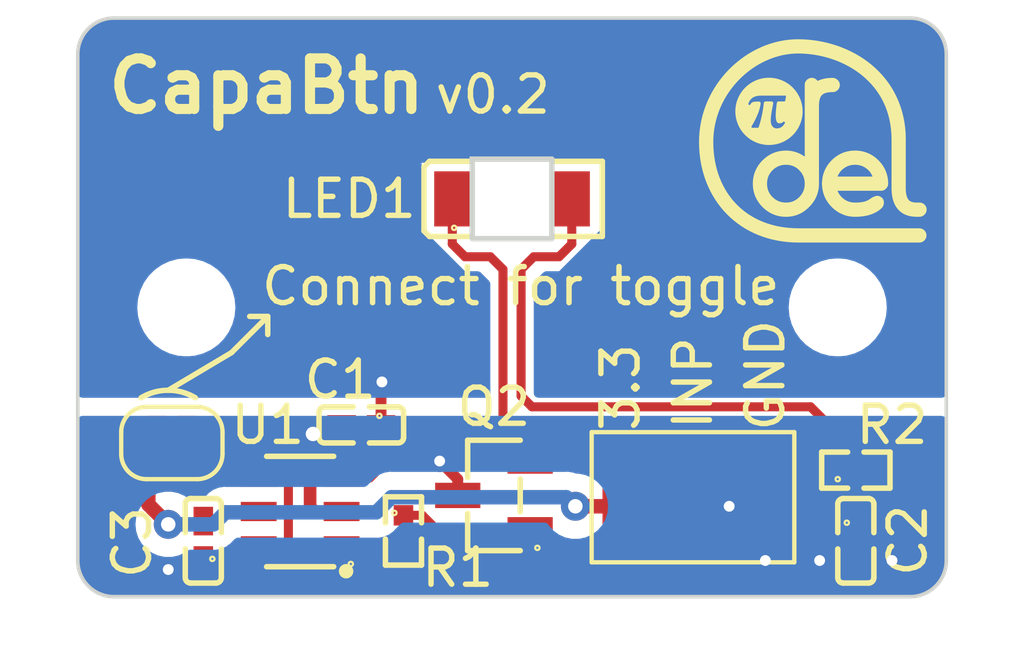
<source format=kicad_pcb>
(kicad_pcb (version 20221018) (generator pcbnew)
  (layers (0 "F.Cu" signal) (31 "B.Cu" signal) (34 "B.Paste" user) (35 "F.Paste" user) (36 "B.SilkS" user "B.Silkscreen") (37 "F.SilkS" user "F.Silkscreen") (38 "B.Mask" user) (39 "F.Mask" user) (44 "Edge.Cuts" user))
  (net 0 "")
  (net 1 "/I")
  (net 2 "GND")
  (net 3 "+3.3V")
  (net 4 "Net-(J1-Pin_2)")
  (net 5 "Net-(Q2-B)")
  (net 7 "Net-(LED1--)")
  (net 8 "Net-(JP1-A)")
  (net 9 "Net-(LED1-+)")
  (footprint "Jumper:SolderJumper-2_P1.3mm_Open_RoundedPad1.0x1.5mm" (layer "F.Cu") (at 152.6 109.75 180)
    (fp_text reference "JP1" hide)
    (fp_text value "Toggle" hide)
  )
  (footprint "footprint:LED-SMD_L3.2-W1.6-RD-EH_WHITE" (layer "F.Cu") (at 162 103)
    (fp_text reference "LED1")
    (fp_text value "White" hide)
  )
  (footprint "MountingHole:MountingHole_2.2mm_M2" (layer "F.Cu") (at 153 106)
    (fp_text reference "H1" hide)
    (fp_text value "MountingHole")
  )
  (footprint "footprint:C0402" (layer "F.Cu") (at 153.468919 112.454915 90)
    (fp_text reference "C3")
    (fp_text value "100nF")
  )
  (footprint "footprint:C0402" (layer "F.Cu") (at 171.5 112.454915 -90)
    (fp_text reference "C2")
    (fp_text value "10nF")
  )
  (footprint "footprint:SOT-23-6_L2.9-W1.7-P0.95-LS2.8-BL" (layer "F.Cu") (at 156.145034 111.645034 90)
    (fp_text reference "U1")
    (fp_text value "TTP233H-BA6" hide)
  )
  (footprint "footprint:SOT-23-3_L2.9-W1.3-P1.90-LS2.4-BR" (layer "F.Cu") (at 161.5 111.199962)
    (fp_text reference "Q2")
    (fp_text value "~" hide)
  )
  (footprint "footprint:R0402" (layer "F.Cu") (at 159 112.182817 -90)
    (fp_text reference "R1")
    (fp_text value "1k" hide)
  )
  (footprint "solderconnectors:SolderConnector 3x1mm 03x01" (layer "F.Cu") (at 167 111.25 90)
    (fp_text reference "J1" hide)
    (fp_text value "Conn_01x04_Pin" hide)
  )
  (footprint "footprint:C0402" (layer "F.Cu") (at 157.835153 109.25 180)
    (fp_text reference "C1")
    (fp_text value "10pF" hide)
  )
  (footprint "MountingHole:MountingHole_2.2mm_M2" (layer "F.Cu") (at 171 106)
    (fp_text reference "H2" hide)
    (fp_text value "MountingHole")
  )
  (footprint "footprint:R0402" (layer "F.Cu") (at 171.5 110.5)
    (fp_text reference "R2")
    (fp_text value "2k")
  )
  (gr_poly (pts (xy 171.478097 101.713736) (xy 171.522124 101.714739) (xy 171.56542 101.717746) (xy 171.607977 101.722753) (xy 171.649784 101.729755) (xy 171.690832 101.738749) (xy 171.73111 101.749731) (xy 171.770609 101.762696) (xy 171.80932 101.777641) (xy 171.847232 101.794561) (xy 171.884335 101.813453) (xy 171.920621 101.834313) (xy 171.956078 101.857136) (xy 171.990697 101.881919) (xy 172.024469 101.908657) (xy 172.057383 101.937347) (xy 172.08943 101.967984) (xy 172.120068 102.000031) (xy 172.148758 102.032945) (xy 172.175496 102.066716) (xy 172.200279 102.101336) (xy 172.223102 102.136793) (xy 172.243962 102.173078) (xy 172.262854 102.210181) (xy 172.279774 102.248093) (xy 172.294719 102.286803) (xy 172.307684 102.326303) (xy 172.318665 102.366581) (xy 172.327659 102.407629) (xy 172.334661 102.449436) (xy 172.339668 102.491993) (xy 172.342675 102.535289) (xy 172.343678 102.579316) (xy 172.343484 102.586575) (xy 172.342908 102.593758) (xy 172.341956 102.600854) (xy 172.340635 102.607853) (xy 172.338951 102.614744) (xy 172.336911 102.621517) (xy 172.334522 102.628162) (xy 172.33179 102.634669) (xy 172.328722 102.641027) (xy 172.325326 102.647225) (xy 172.321607 102.653254) (xy 172.317572 102.659104) (xy 172.313228 102.664763) (xy 172.308582 102.670222) (xy 172.303641 102.67547) (xy 172.29841 102.680497) (xy 172.293356 102.685751) (xy 172.288078 102.690712) (xy 172.282587 102.695374) (xy 172.276894 102.699732) (xy 172.271011 102.703777) (xy 172.264947 102.707504) (xy 172.258714 102.710907) (xy 172.252323 102.713978) (xy 172.245784 102.716712) (xy 172.23911 102.719103) (xy 172.23231 102.721143) (xy 172.225396 102.722827) (xy 172.218378 102.724147) (xy 172.211268 102.725098) (xy 172.204076 102.725674) (xy 172.196814 102.725867) (xy 170.926504 102.725867) (xy 170.932398 102.747716) (xy 170.939007 102.7691) (xy 170.946339 102.79002) (xy 170.954402 102.81048) (xy 170.963203 102.830481) (xy 170.97275 102.850024) (xy 170.983049 102.869112) (xy 170.99411 102.887746) (xy 171.005939 102.90593) (xy 171.018544 102.923663) (xy 171.031932 102.940949) (xy 171.04611 102.95779) (xy 171.061088 102.974186) (xy 171.076871 102.990141) (xy 171.093468 103.005657) (xy 171.110885 103.020734) (xy 171.130807 103.036658) (xy 171.151106 103.05154) (xy 171.171788 103.065381) (xy 171.192858 103.078183) (xy 171.214322 103.089949) (xy 171.236187 103.100681) (xy 171.258457 103.110381) (xy 171.281139 103.11905) (xy 171.304238 103.126692) (xy 171.32776 103.133308) (xy 171.35171 103.1389) (xy 171.376096 103.143471) (xy 171.400922 103.147022) (xy 171.426194 103.149556) (xy 171.451917 103.151075) (xy 171.478099 103.151581) (xy 171.498272 103.151475) (xy 171.518044 103.151151) (xy 171.537418 103.150603) (xy 171.5564 103.149824) (xy 171.574992 103.148805) (xy 171.593199 103.14754) (xy 171.611026 103.146021) (xy 171.628477 103.144242) (xy 171.645455 103.142246) (xy 171.661528 103.140134) (xy 171.676683 103.137912) (xy 171.690907 103.135589) (xy 171.704188 103.133171) (xy 171.716512 103.130666) (xy 171.727867 103.12808) (xy 171.738238 103.125421) (xy 171.73883 103.125305) (xy 171.739423 103.1252) (xy 171.740019 103.125105) (xy 171.740616 103.125022) (xy 171.750257 103.123057) (xy 171.760092 103.12063) (xy 171.770117 103.117736) (xy 171.780329 103.114374) (xy 171.790726 103.110541) (xy 171.801303 103.106234) (xy 171.812058 103.10145) (xy 171.822989 103.096186) (xy 171.823282 103.096075) (xy 171.823577 103.095968) (xy 171.823872 103.095863) (xy 171.824169 103.095762) (xy 171.824764 103.095568) (xy 171.825364 103.095386) (xy 171.830995 103.093011) (xy 171.836378 103.090683) (xy 171.846374 103.086203) (xy 171.855292 103.082012) (xy 171.863071 103.078176) (xy 171.869651 103.074759) (xy 171.87497 103.071828) (xy 171.878969 103.069448) (xy 171.880455 103.068486) (xy 171.881587 103.067685) (xy 171.882136 103.067241) (xy 171.882695 103.066808) (xy 171.883264 103.066389) (xy 171.883841 103.065982) (xy 171.884427 103.065588) (xy 171.885022 103.065206) (xy 171.885626 103.064839) (xy 171.886238 103.064484) (xy 171.889263 103.062861) (xy 171.893372 103.060469) (xy 171.898506 103.057333) (xy 171.904606 103.053475) (xy 171.911614 103.04892) (xy 171.919471 103.043692) (xy 171.92812 103.037813) (xy 171.937501 103.031308) (xy 171.955024 103.019006) (xy 171.962196 103.014005) (xy 171.968535 103.009664) (xy 171.974212 103.005903) (xy 171.979397 103.002643) (xy 171.981858 103.001175) (xy 171.98426 102.999802) (xy 171.986623 102.998515) (xy 171.988971 102.997303) (xy 171.989816 102.996885) (xy 171.990672 102.996492) (xy 171.991538 102.996126) (xy 171.992413 102.995786) (xy 171.993297 102.995471) (xy 171.99419 102.995184) (xy 171.99509 102.994922) (xy 171.995997 102.994688) (xy 171.996911 102.99448) (xy 171.997831 102.994299) (xy 171.998756 102.994145) (xy 171.999686 102.994018) (xy 172.00062 102.993919) (xy 172.001557 102.993847) (xy 172.002498 102.993803) (xy 172.003441 102.993787) (xy 172.005818 102.993787) (xy 172.016231 102.988255) (xy 172.026676 102.983079) (xy 172.031911 102.980662) (xy 172.037155 102.978377) (xy 172.042409 102.97624) (xy 172.047671 102.974266) (xy 172.052944 102.972469) (xy 172.058227 102.970864) (xy 172.06352 102.969465) (xy 172.068824 102.968288) (xy 172.074139 102.967347) (xy 172.079466 102.966656) (xy 172.084803 102.966231) (xy 172.090153 102.966086) (xy 172.098518 102.966324) (xy 172.106774 102.967034) (xy 172.114906 102.968208) (xy 172.122898 102.969839) (xy 172.130734 102.971918) (xy 172.138401 102.97444) (xy 172.145881 102.977396) (xy 172.15316 102.980778) (xy 172.160223 102.98458) (xy 172.167053 102.988794) (xy 172.173635 102.993412) (xy 172.179954 102.998427) (xy 172.185995 103.003832) (xy 172.191742 103.009619) (xy 172.197179 103.01578) (xy 172.202292 103.022309) (xy 172.205315 103.026383) (xy 172.208088 103.030586) (xy 172.210619 103.034913) (xy 172.212916 103.039361) (xy 172.214986 103.043926) (xy 172.216837 103.048604) (xy 172.218475 103.053393) (xy 172.21991 103.058289) (xy 172.221147 103.063287) (xy 172.222195 103.068385) (xy 172.223061 103.073578) (xy 172.223752 103.078864) (xy 172.224277 103.084238) (xy 172.224643 103.089698) (xy 172.224857 103.095239) (xy 172.224926 103.100858) (xy 172.224642 103.111297) (xy 172.223794 103.121561) (xy 172.222389 103.131633) (xy 172.220434 103.141498) (xy 172.217936 103.151141) (xy 172.214902 103.160544) (xy 172.211339 103.169693) (xy 172.207253 103.178573) (xy 172.202653 103.187167) (xy 172.197544 103.195459) (xy 172.191934 103.203434) (xy 172.18583 103.211077) (xy 172.179239 103.218371) (xy 172.172167 103.225301) (xy 172.164622 103.231852) (xy 172.15661 103.238007) (xy 172.152682 103.241828) (xy 172.152444 103.242036) (xy 172.152204 103.242242) (xy 172.151962 103.242446) (xy 172.151718 103.242647) (xy 172.151472 103.242845) (xy 172.151224 103.243042) (xy 172.150973 103.243236) (xy 172.150721 103.243427) (xy 172.12036 103.268029) (xy 172.088413 103.291005) (xy 172.054886 103.312362) (xy 172.019786 103.332104) (xy 171.983118 103.350236) (xy 171.944888 103.366764) (xy 171.905104 103.381693) (xy 171.863772 103.395028) (xy 171.820896 103.406775) (xy 171.776485 103.416939) (xy 171.730543 103.425524) (xy 171.683077 103.432537) (xy 171.634094 103.437982) (xy 171.583599 103.441865) (xy 171.531599 103.444191) (xy 171.4781 103.444965) (xy 171.435023 103.443974) (xy 171.392621 103.441004) (xy 171.350903 103.436062) (xy 171.309877 103.42915) (xy 171.269553 103.420276) (xy 171.22994 103.409443) (xy 171.191048 103.396658) (xy 171.152885 103.381924) (xy 171.11546 103.365248) (xy 171.078783 103.346633) (xy 171.042863 103.326087) (xy 171.007709 103.303612) (xy 170.97333 103.279215) (xy 170.939734 103.252901) (xy 170.906932 103.224674) (xy 170.874933 103.194541) (xy 170.844843 103.163616) (xy 170.816583 103.131835) (xy 170.790156 103.099208) (xy 170.765569 103.065742) (xy 170.742827 103.031447) (xy 170.721935 102.996332) (xy 170.7029 102.960405) (xy 170.685727 102.923676) (xy 170.670421 102.886153) (xy 170.656988 102.847845) (xy 170.645433 102.808762) (xy 170.635763 102.768912) (xy 170.627982 102.728303) (xy 170.622097 102.686945) (xy 170.618112 102.644847) (xy 170.616034 102.602018) (xy 170.616023 102.602019) (xy 170.616013 102.602022) (xy 170.616004 102.602027) (xy 170.615996 102.602033) (xy 170.615982 102.602049) (xy 170.615969 102.602068) (xy 170.615944 102.602102) (xy 170.61593 102.602113) (xy 170.615922 102.602116) (xy 170.615914 102.602117) (xy 170.615905 102.602116) (xy 170.615896 102.602112) (xy 170.615885 102.602106) (xy 170.615874 102.602096) (xy 170.615847 102.602065) (xy 170.615815 102.602018) (xy 170.615776 102.601952) (xy 170.615731 102.601864) (xy 170.615677 102.601754) (xy 170.615614 102.601618) (xy 170.615197 102.600773) (xy 170.614805 102.599918) (xy 170.614439 102.599053) (xy 170.614099 102.598178) (xy 170.613785 102.597295) (xy 170.613498 102.596403) (xy 170.613237 102.595503) (xy 170.613002 102.594596) (xy 170.612794 102.593683) (xy 170.612613 102.592764) (xy 170.61246 102.59184) (xy 170.612333 102.59091) (xy 170.612233 102.589977) (xy 170.612161 102.58904) (xy 170.612117 102.588101) (xy 170.6121 102.587159) (xy 170.6121 102.567618) (xy 170.612116 102.566675) (xy 170.61216 102.565734) (xy 170.612232 102.564796) (xy 170.612331 102.563862) (xy 170.612458 102.562931) (xy 170.612611 102.562006) (xy 170.612792 102.561085) (xy 170.613 102.560171) (xy 170.613234 102.559263) (xy 170.613496 102.558362) (xy 170.613783 102.557468) (xy 170.614097 102.556583) (xy 170.614437 102.555707) (xy 170.614804 102.55484) (xy 170.615196 102.553984) (xy 170.615614 102.553138) (xy 170.615674 102.553) (xy 170.615701 102.55294) (xy 170.615727 102.552887) (xy 170.615751 102.552838) (xy 170.615773 102.552795) (xy 170.615794 102.552757) (xy 170.615813 102.552723) (xy 170.615831 102.552694) (xy 170.615848 102.55267) (xy 170.615863 102.552649) (xy 170.615877 102.552632) (xy 170.615891 102.552619) (xy 170.615903 102.552609) (xy 170.615914 102.552603) (xy 170.615925 102.552599) (xy 170.615934 102.552598) (xy 170.615943 102.552599) (xy 170.615951 102.552602) (xy 170.615959 102.552608) (xy 170.615966 102.552615) (xy 170.615973 102.552623) (xy 170.615986 102.552644) (xy 170.616009 102.552692) (xy 170.616021 102.552716) (xy 170.616034 102.552738) (xy 170.618091 102.509872) (xy 170.622059 102.467748) (xy 170.627024 102.432755) (xy 170.926507 102.432755) (xy 172.029283 102.432755) (xy 172.023388 102.41089) (xy 172.016777 102.389484) (xy 172.009443 102.368536) (xy 172.001378 102.348046) (xy 171.992575 102.328011) (xy 171.983027 102.308432) (xy 171.972725 102.289307) (xy 171.961663 102.270635) (xy 171.949834 102.252416) (xy 171.937229 102.234649) (xy 171.923841 102.217332) (xy 171.909663 102.200465) (xy 171.894688 102.184047) (xy 171.878907 102.168076) (xy 171.862314 102.152553) (xy 171.844902 102.137476) (xy 171.82498 102.121548) (xy 171.804691 102.106664) (xy 171.784027 102.092822) (xy 171.762982 102.080018) (xy 171.741549 102.068252) (xy 171.71972 102.057521) (xy 171.697488 102.047822) (xy 171.674846 102.039153) (xy 171.651787 102.031513) (xy 171.628304 102.024898) (xy 171.604389 102.019308) (xy 171.580037 102.014738) (xy 171.555239 102.011188) (xy 171.529989 102.008656) (xy 171.504279 102.007137) (xy 171.478102 102.006632) (xy 171.45192 102.007138) (xy 171.426196 102.008657) (xy 171.400924 102.011191) (xy 171.376098 102.014742) (xy 171.351713 102.019313) (xy 171.327762 102.024905) (xy 171.304239 102.031521) (xy 171.28114 102.039162) (xy 171.258459 102.047832) (xy 171.236189 102.057531) (xy 171.214324 102.068263) (xy 171.19286 102.080029) (xy 171.17179 102.092831) (xy 171.151109 102.106671) (xy 171.13081 102.121552) (xy 171.110888 102.137476) (xy 171.093476 102.152553) (xy 171.076883 102.168076) (xy 171.061103 102.184046) (xy 171.046127 102.200464) (xy 171.031949 102.217331) (xy 171.018562 102.234648) (xy 171.005957 102.252415) (xy 170.994127 102.270634) (xy 170.983065 102.289305) (xy 170.972763 102.30843) (xy 170.963215 102.32801) (xy 170.954412 102.348044) (xy 170.946347 102.368535) (xy 170.939013 102.389483) (xy 170.932402 102.41089) (xy 170.926507 102.432755) (xy 170.627024 102.432755) (xy 170.627929 102.426371) (xy 170.635698 102.38575) (xy 170.64536 102.345894) (xy 170.656908 102.306809) (xy 170.670337 102.268503) (xy 170.685643 102.230984) (xy 170.702818 102.194261) (xy 170.721857 102.158341) (xy 170.742756 102.123231) (xy 170.765507 102.088939) (xy 170.790106 102.055474) (xy 170.816547 102.022843) (xy 170.844825 101.991054) (xy 170.874933 101.960114) (xy 170.874932 101.960014) (xy 170.874931 101.959914) (xy 170.874932 101.959813) (xy 170.874933 101.959711) (xy 170.90694 101.930068) (xy 170.93975 101.902307) (xy 170.973354 101.876433) (xy 171.007742 101.852449) (xy 171.042905 101.83036) (xy 171.078832 101.81017) (xy 171.115516 101.791883) (xy 171.152945 101.775503) (xy 171.191111 101.761035) (xy 171.230004 101.748482) (xy 171.269615 101.737849) (xy 171.309934 101.72914) (xy 171.350951 101.722359) (xy 171.392658 101.71751) (xy 171.435044 101.714598) (xy 171.4781 101.713626)) (stroke (width 0.1)) (fill solid) (layer "F.SilkS"))
  (gr_line (start 152.5 108.292263) (end 154.25 107.25) (stroke (width 0.15)) (layer "F.SilkS"))
  (gr_arc (start 151.750001 108.500001) (mid 152.5 108.292263) (end 153.249999 108.500001) (stroke (width 0.15)) (layer "F.SilkS"))
  (gr_poly (pts (xy 170.28436 99.702643) (xy 170.291692 99.702839) (xy 170.298951 99.703421) (xy 170.306127 99.704385) (xy 170.313207 99.705723) (xy 170.320181 99.70743) (xy 170.327037 99.709499) (xy 170.333765 99.711924) (xy 170.340353 99.714698) (xy 170.34679 99.717817) (xy 170.353064 99.721272) (xy 170.359165 99.725059) (xy 170.365082 99.72917) (xy 170.370803 99.7336) (xy 170.376317 99.738343) (xy 170.381612 99.743391) (xy 170.386679 99.74874) (xy 170.387399 99.74914) (xy 170.389309 99.751049) (xy 170.391148 99.752951) (xy 170.392903 99.754819) (xy 170.394559 99.756629) (xy 170.396102 99.758355) (xy 170.397517 99.759972) (xy 170.399905 99.762781) (xy 170.403242 99.766944) (xy 170.406424 99.77124) (xy 170.407954 99.773437) (xy 170.409443 99.775669) (xy 170.410889 99.777934) (xy 170.412291 99.780233) (xy 170.413649 99.782567) (xy 170.414961 99.784935) (xy 170.416226 99.787338) (xy 170.417444 99.789776) (xy 170.418612 99.79225) (xy 170.419731 99.794759) (xy 170.420799 99.797304) (xy 170.421815 99.799884) (xy 170.42298 99.802899) (xy 170.42361 99.804558) (xy 170.423911 99.805381) (xy 170.424193 99.806183) (xy 170.445722 99.793836) (xy 170.467975 99.782268) (xy 170.490955 99.77148) (xy 170.514665 99.761476) (xy 170.539109 99.752258) (xy 170.56429 99.743828) (xy 170.590212 99.73619) (xy 170.616876 99.729345) (xy 170.644288 99.723296) (xy 170.672449 99.718045) (xy 170.701363 99.713596) (xy 170.731033 99.709949) (xy 170.761464 99.707109) (xy 170.792656 99.705077) (xy 170.824615 99.703856) (xy 170.857344 99.703449) (xy 170.861271 99.703449) (xy 170.868531 99.703642) (xy 170.875714 99.704219) (xy 170.882811 99.705171) (xy 170.889809 99.706493) (xy 170.896701 99.708177) (xy 170.903474 99.710217) (xy 170.910119 99.712607) (xy 170.916626 99.715339) (xy 170.922983 99.718407) (xy 170.929182 99.721803) (xy 170.935211 99.725522) (xy 170.94106 99.729557) (xy 170.94672 99.733901) (xy 170.952179 99.738547) (xy 170.957427 99.743488) (xy 170.962454 99.748719) (xy 170.967685 99.753746) (xy 170.972626 99.758994) (xy 170.977273 99.764452) (xy 170.981616 99.770111) (xy 170.985651 99.775961) (xy 170.98937 99.78199) (xy 170.992767 99.788188) (xy 170.995834 99.794546) (xy 170.998566 99.801053) (xy 171.000955 99.807698) (xy 171.002995 99.814471) (xy 171.004679 99.821362) (xy 171.006 99.828361) (xy 171.006952 99.835457) (xy 171.007529 99.84264) (xy 171.007722 99.8499) (xy 171.007533 99.85729) (xy 171.006971 99.864615) (xy 171.00604 99.871866) (xy 171.004746 99.879034) (xy 171.003094 99.88611) (xy 171.00109 99.893085) (xy 170.998739 99.89995) (xy 170.996047 99.906696) (xy 170.993018 99.913315) (xy 170.989659 99.919797) (xy 170.985975 99.926134) (xy 170.981972 99.932316) (xy 170.977654 99.938334) (xy 170.973027 99.94418) (xy 170.968096 99.949845) (xy 170.962867 99.95532) (xy 170.95776 99.960169) (xy 170.952438 99.964728) (xy 170.946913 99.968995) (xy 170.941195 99.972965) (xy 170.935294 99.976636) (xy 170.92922 99.980004) (xy 170.922984 99.983067) (xy 170.916597 99.985821) (xy 170.910068 99.988263) (xy 170.903407 99.990389) (xy 170.896626 99.992198) (xy 170.889735 99.993684) (xy 170.882743 99.994846) (xy 170.875662 99.99568) (xy 170.868501 99.996182) (xy 170.861271 99.99635) (xy 170.857344 99.99635) (xy 170.828186 99.996756) (xy 170.800215 99.997966) (xy 170.773423 99.99997) (xy 170.7478 100.002759) (xy 170.723339 100.00632) (xy 170.70003 100.010645) (xy 170.677866 100.015723) (xy 170.656837 100.021543) (xy 170.636936 100.028096) (xy 170.618153 100.035371) (xy 170.600481 100.043358) (xy 170.583911 100.052046) (xy 170.568433 100.061425) (xy 170.554041 100.071485) (xy 170.540724 100.082216) (xy 170.528476 100.093607) (xy 170.517296 100.105636) (xy 170.506747 100.118746) (xy 170.49684 100.132941) (xy 170.487584 100.148228) (xy 170.478991 100.164613) (xy 170.471071 100.182103) (xy 170.463835 100.200702) (xy 170.457293 100.220418) (xy 170.451456 100.241257) (xy 170.446334 100.263224) (xy 170.441938 100.286325) (xy 170.438279 100.310568) (xy 170.435367 100.335956) (xy 170.433213 100.362498) (xy 170.431827 100.390199) (xy 170.431221 100.419065) (xy 170.431221 102.588108) (xy 170.429717 102.631608) (xy 170.426232 102.674375) (xy 170.42077 102.716398) (xy 170.413338 102.757669) (xy 170.403941 102.798179) (xy 170.392586 102.837917) (xy 170.379278 102.876875) (xy 170.364024 102.915043) (xy 170.346829 102.952413) (xy 170.3277 102.988975) (xy 170.306642 103.024719) (xy 170.283662 103.059637) (xy 170.258764 103.09372) (xy 170.231956 103.126957) (xy 170.203243 103.159341) (xy 170.172632 103.19086) (xy 170.172212 103.19086) (xy 170.140678 103.221488) (xy 170.108288 103.250183) (xy 170.075049 103.27694) (xy 170.040969 103.301751) (xy 170.006058 103.324611) (xy 169.970322 103.345515) (xy 169.933771 103.364456) (xy 169.896413 103.381429) (xy 169.858255 103.396427) (xy 169.819306 103.409444) (xy 169.779574 103.420475) (xy 169.739067 103.429514) (xy 169.697794 103.436555) (xy 169.655763 103.441591) (xy 169.612981 103.444617) (xy 169.569458 103.445627) (xy 169.525432 103.444623) (xy 169.482135 103.441613) (xy 169.439579 103.436601) (xy 169.397772 103.429592) (xy 169.356724 103.42059) (xy 169.316446 103.4096) (xy 169.276947 103.396625) (xy 169.238236 103.381671) (xy 169.200324 103.364741) (xy 169.163221 103.345839) (xy 169.126935 103.324971) (xy 169.091478 103.30214) (xy 169.056859 103.27735) (xy 169.023087 103.250607) (xy 168.990173 103.221914) (xy 168.958126 103.191275) (xy 168.927484 103.159224) (xy 168.898781 103.126298) (xy 168.872022 103.092508) (xy 168.847213 103.057864) (xy 168.824358 103.022378) (xy 168.803464 102.98606) (xy 168.784534 102.948922) (xy 168.767575 102.910973) (xy 168.752592 102.872225) (xy 168.739589 102.832689) (xy 168.728573 102.792376) (xy 168.719548 102.751296) (xy 168.712519 102.709461) (xy 168.707492 102.66688) (xy 168.704472 102.623566) (xy 168.703465 102.579529) (xy 168.703473 102.579178) (xy 168.996805 102.579178) (xy 168.997439 102.609078) (xy 168.999341 102.638307) (xy 169.002516 102.666876) (xy 169.006968 102.694795) (xy 169.012699 102.722076) (xy 169.019713 102.748728) (xy 169.028015 102.774763) (xy 169.037607 102.800192) (xy 169.048494 102.825025) (xy 169.060678 102.849273) (xy 169.074164 102.872947) (xy 169.088955 102.896058) (xy 169.105054 102.918616) (xy 169.122465 102.940632) (xy 169.141193 102.962117) (xy 169.16124 102.983081) (xy 169.182704 103.003622) (xy 169.204666 103.022808) (xy 169.227133 103.040644) (xy 169.250115 103.057132) (xy 169.273622 103.072278) (xy 169.297663 103.086086) (xy 169.322247 103.098559) (xy 169.347383 103.109702) (xy 169.373081 103.119519) (xy 169.399351 103.128013) (xy 169.426201 103.135189) (xy 169.45364 103.141052) (xy 169.481679 103.145604) (xy 169.510326 103.148851) (xy 169.539592 103.150796) (xy 169.569484 103.151444) (xy 169.599357 103.150799) (xy 169.628564 103.148862) (xy 169.657117 103.145629) (xy 169.685025 103.141094) (xy 169.712298 103.135253) (xy 169.738948 103.128102) (xy 169.764983 103.119635) (xy 169.790415 103.109849) (xy 169.815255 103.098738) (xy 169.839511 103.086298) (xy 169.863195 103.072525) (xy 169.886316 103.057414) (xy 169.908886 103.04096) (xy 169.930914 103.023159) (xy 169.952411 103.004006) (xy 169.973387 102.983496) (xy 169.973386 102.983396) (xy 169.973386 102.983296) (xy 169.973386 102.983196) (xy 169.973387 102.983094) (xy 169.993434 102.962129) (xy 170.012161 102.940645) (xy 170.029573 102.918629) (xy 170.045673 102.896071) (xy 170.060463 102.872961) (xy 170.073949 102.849287) (xy 170.086134 102.825039) (xy 170.09702 102.800206) (xy 170.106612 102.774777) (xy 170.114914 102.748741) (xy 170.121929 102.722089) (xy 170.12766 102.694808) (xy 170.132111 102.666889) (xy 170.135286 102.63832) (xy 170.137189 102.609091) (xy 170.137822 102.57919) (xy 170.137188 102.549287) (xy 170.135285 102.520048) (xy 170.132109 102.491463) (xy 170.127656 102.463522) (xy 170.121923 102.436217) (xy 170.114907 102.409537) (xy 170.106604 102.383472) (xy 170.09701 102.358013) (xy 170.086123 102.333151) (xy 170.073938 102.308874) (xy 170.060452 102.285174) (xy 170.045662 102.262041) (xy 170.029563 102.239465) (xy 170.012154 102.217436) (xy 169.99343 102.195945) (xy 169.973387 102.174982) (xy 169.973386 102.174882) (xy 169.973386 102.174782) (xy 169.973386 102.174681) (xy 169.973387 102.174579) (xy 169.952411 102.154069) (xy 169.930914 102.134916) (xy 169.908886 102.117114) (xy 169.886316 102.10066) (xy 169.863195 102.085549) (xy 169.839511 102.071776) (xy 169.815255 102.059336) (xy 169.790415 102.048226) (xy 169.764983 102.03844) (xy 169.738948 102.029973) (xy 169.712298 102.022822) (xy 169.685025 102.016981) (xy 169.657117 102.012446) (xy 169.628564 102.009213) (xy 169.599357 102.007276) (xy 169.569484 102.006632) (xy 169.569484 102.006604) (xy 169.539592 102.007252) (xy 169.510326 102.009197) (xy 169.481679 102.012444) (xy 169.45364 102.016996) (xy 169.426201 102.022859) (xy 169.399351 102.030035) (xy 169.373081 102.03853) (xy 169.347383 102.048346) (xy 169.322247 102.059489) (xy 169.297663 102.071962) (xy 169.273622 102.08577) (xy 169.250115 102.100916) (xy 169.227133 102.117405) (xy 169.204666 102.13524) (xy 169.182704 102.154426) (xy 169.16124 102.174967) (xy 169.141197 102.19593) (xy 169.122473 102.217422) (xy 169.105063 102.239451) (xy 169.088965 102.262027) (xy 169.074175 102.285161) (xy 169.060689 102.308861) (xy 169.048504 102.333138) (xy 169.037617 102.358001) (xy 169.028023 102.38346) (xy 169.01972 102.409525) (xy 169.012704 102.436205) (xy 169.006971 102.46351) (xy 169.002518 102.491451) (xy 168.999342 102.520035) (xy 168.997439 102.549275) (xy 168.996805 102.579178) (xy 168.703473 102.579178) (xy 168.704473 102.535497) (xy 168.707493 102.492196) (xy 168.712521 102.449636) (xy 168.71955 102.407826) (xy 168.728577 102.366776) (xy 168.739594 102.326497) (xy 168.752598 102.286997) (xy 168.767582 102.248287) (xy 168.784542 102.210376) (xy 168.803471 102.173274) (xy 168.824366 102.136991) (xy 168.84722 102.101537) (xy 168.872028 102.06692) (xy 168.898786 102.033152) (xy 168.927487 102.000241) (xy 168.958126 101.968198) (xy 168.990173 101.937561) (xy 169.023087 101.908871) (xy 169.056859 101.882133) (xy 169.091478 101.85735) (xy 169.126935 101.834527) (xy 169.163221 101.813667) (xy 169.200324 101.794775) (xy 169.238236 101.777854) (xy 169.276947 101.76291) (xy 169.316446 101.749944) (xy 169.356724 101.738963) (xy 169.397772 101.729969) (xy 169.439579 101.722967) (xy 169.482135 101.71796) (xy 169.525432 101.714953) (xy 169.569458 101.71395) (xy 169.609949 101.714862) (xy 169.649786 101.717587) (xy 169.688968 101.72211) (xy 169.727492 101.728413) (xy 169.765357 101.73648) (xy 169.802561 101.746295) (xy 169.839101 101.757841) (xy 169.874976 101.771103) (xy 169.910185 101.786064) (xy 169.944723 101.802707) (xy 169.978591 101.821017) (xy 170.011786 101.840976) (xy 170.044306 101.862569) (xy 170.076149 101.885779) (xy 170.107313 101.910589) (xy 170.137796 101.936985) (xy 170.137796 101.295163) (xy 170.13775 101.293843) (xy 170.137729 101.292666) (xy 170.137726 101.291624) (xy 170.137736 101.290708) (xy 170.137796 101.288144) (xy 170.137796 99.849884) (xy 170.137843 99.84628) (xy 170.137981 99.842667) (xy 170.138209 99.839047) (xy 170.138523 99.835424) (xy 170.13892 99.8318) (xy 170.139398 99.828177) (xy 170.139954 99.824559) (xy 170.140585 99.820948) (xy 170.14164 99.81486) (xy 170.14196 99.813182) (xy 170.14233 99.811434) (xy 170.142763 99.809611) (xy 170.143275 99.807709) (xy 170.143572 99.807201) (xy 170.143877 99.806698) (xy 170.144033 99.806449) (xy 170.144191 99.806201) (xy 170.144351 99.805955) (xy 170.144514 99.80571) (xy 170.14585 99.800759) (xy 170.146276 99.799315) (xy 170.14677 99.797772) (xy 170.147349 99.79612) (xy 170.148028 99.794352) (xy 170.147852 99.795188) (xy 170.147883 99.79509) (xy 170.148292 99.793944) (xy 170.148744 99.792813) (xy 170.148841 99.792411) (xy 170.148944 99.79201) (xy 170.149052 99.791611) (xy 170.149143 99.791291) (xy 170.150305 99.789215) (xy 170.151516 99.786618) (xy 170.1521 99.785371) (xy 170.152682 99.784156) (xy 170.152682 99.783759) (xy 170.152682 99.783659) (xy 170.152681 99.783559) (xy 170.152682 99.783458) (xy 170.152682 99.783356) (xy 170.153104 99.782959) (xy 170.153238 99.782705) (xy 170.153375 99.782452) (xy 170.153655 99.78195) (xy 170.153943 99.781453) (xy 170.15424 99.78096) (xy 170.154728 99.78007) (xy 170.155243 99.779197) (xy 170.155785 99.77834) (xy 170.156354 99.777502) (xy 170.156689 99.777041) (xy 170.157407 99.775835) (xy 170.158467 99.774029) (xy 170.159273 99.772663) (xy 170.159547 99.772214) (xy 170.159717 99.771958) (xy 170.160717 99.770451) (xy 170.162089 99.768451) (xy 170.164056 99.765659) (xy 170.164228 99.765255) (xy 170.164406 99.764854) (xy 170.164588 99.764455) (xy 170.164777 99.76406) (xy 170.165091 99.763646) (xy 170.165352 99.763298) (xy 170.165751 99.76276) (xy 170.165909 99.762553) (xy 170.165982 99.76246) (xy 170.166053 99.762373) (xy 170.166122 99.762291) (xy 170.166192 99.762212) (xy 170.166263 99.762136) (xy 170.166336 99.762061) (xy 170.167959 99.75996) (xy 170.1688 99.758896) (xy 170.169662 99.757825) (xy 170.170548 99.756748) (xy 170.171459 99.755664) (xy 170.172397 99.754576) (xy 170.173364 99.753482) (xy 170.173566 99.75328) (xy 170.17377 99.753079) (xy 170.173976 99.75288) (xy 170.174184 99.752683) (xy 170.174204 99.752676) (xy 170.174241 99.752656) (xy 170.174362 99.75258) (xy 170.174535 99.752462) (xy 170.174746 99.752309) (xy 170.174984 99.752127) (xy 170.175238 99.751925) (xy 170.175495 99.751708) (xy 170.175621 99.751596) (xy 170.175743 99.751483) (xy 170.17573 99.751481) (xy 170.175725 99.751472) (xy 170.175726 99.751459) (xy 170.175734 99.75144) (xy 170.175769 99.75139) (xy 170.175825 99.751324) (xy 170.175898 99.751246) (xy 170.175986 99.751157) (xy 170.176191 99.750959) (xy 170.176618 99.750557) (xy 170.176785 99.750394) (xy 170.176844 99.750331) (xy 170.176883 99.750284) (xy 170.176931 99.750188) (xy 170.176972 99.750094) (xy 170.177049 99.7499) (xy 170.177141 99.749683) (xy 170.177203 99.74956) (xy 170.177278 99.749425) (xy 170.177373 99.749275) (xy 170.177489 99.749107) (xy 170.17763 99.74892) (xy 170.1778 99.74871) (xy 170.178003 99.748476) (xy 170.178243 99.748216) (xy 170.178521 99.747926) (xy 170.178844 99.747605) (xy 170.17893 99.747534) (xy 170.179004 99.747472) (xy 170.179067 99.747417) (xy 170.17912 99.747367) (xy 170.179166 99.747323) (xy 170.179206 99.747281) (xy 170.179242 99.747243) (xy 170.179276 99.747205) (xy 170.179342 99.747128) (xy 170.179379 99.747087) (xy 170.17942 99.747043) (xy 170.179467 99.746993) (xy 170.179522 99.746938) (xy 170.179587 99.746876) (xy 170.179663 99.746805) (xy 170.179729 99.746745) (xy 170.179776 99.746699) (xy 170.179807 99.746667) (xy 170.179824 99.746644) (xy 170.179828 99.746637) (xy 170.17983 99.746631) (xy 170.17983 99.746626) (xy 170.179828 99.746623) (xy 170.179825 99.746621) (xy 170.179821 99.74662) (xy 170.179812 99.746618) (xy 170.179803 99.746616) (xy 170.179799 99.746614) (xy 170.179797 99.746611) (xy 170.179796 99.746607) (xy 170.179797 99.746601) (xy 170.1798 99.746594) (xy 170.179805 99.746585) (xy 170.179826 99.746559) (xy 170.17986 99.746522) (xy 170.179912 99.746472) (xy 170.179983 99.746405) (xy 170.181384 99.745141) (xy 170.182627 99.744028) (xy 170.18391 99.74289) (xy 170.184119 99.742688) (xy 170.184331 99.742487) (xy 170.185843 99.741096) (xy 170.187324 99.739758) (xy 170.188777 99.738472) (xy 170.190205 99.737237) (xy 170.191608 99.73605) (xy 170.19299 99.73491) (xy 170.194353 99.733816) (xy 170.195698 99.732767) (xy 170.200523 99.729216) (xy 170.20547 99.725867) (xy 170.210533 99.722723) (xy 170.215706 99.719789) (xy 170.220985 99.717068) (xy 170.226363 99.714564) (xy 170.231836 99.71228) (xy 170.237396 99.710221) (xy 170.243039 99.70839) (xy 170.248759 99.70679) (xy 170.254549 99.705427) (xy 170.260406 99.704303) (xy 170.266322 99.703422) (xy 170.272293 99.702788) (xy 170.278313 99.702405) (xy 170.284375 99.702277)) (stroke (width 0.1)) (fill solid) (layer "F.SilkS"))
  (gr_poly (pts (xy 170.149143 99.791291) (xy 170.149053 99.791453) (xy 170.148983 99.791572) (xy 170.148976 99.79158) (xy 170.148986 99.791558) (xy 170.149165 99.791214)) (stroke (width 0.1)) (fill solid) (layer "F.SilkS"))
  (gr_poly (pts (xy 169.926163 98.635134) (xy 170.056525 98.638768) (xy 170.187226 98.647609) (xy 170.317983 98.661663) (xy 170.448513 98.680942) (xy 170.578535 98.705453) (xy 170.707766 98.735206) (xy 170.835924 98.770211) (xy 170.962727 98.810475) (xy 171.087894 98.856009) (xy 171.211141 98.906821) (xy 171.332186 98.96292) (xy 171.450748 99.024317) (xy 171.566544 99.091019) (xy 171.679293 99.163036) (xy 171.788711 99.240377) (xy 171.894517 99.323052) (xy 171.996388 99.411168) (xy 172.09392 99.504749) (xy 172.186805 99.60375) (xy 172.274734 99.708125) (xy 172.3574 99.81783) (xy 172.434494 99.932819) (xy 172.505709 100.053046) (xy 172.570736 100.178467) (xy 172.629267 100.309035) (xy 172.680993 100.444706) (xy 172.725607 100.585434) (xy 172.7628 100.731174) (xy 172.792265 100.88188) (xy 172.813693 101.037507) (xy 172.826776 101.198009) (xy 172.831205 101.363343) (xy 172.831184 101.363876) (xy 172.831153 101.364408) (xy 172.831114 101.364939) (xy 172.831066 101.36547) (xy 172.831009 101.365999) (xy 172.830943 101.366527) (xy 172.830868 101.367053) (xy 172.830784 101.367578) (xy 172.830666 101.368419) (xy 172.830536 101.36925) (xy 172.830252 101.370895) (xy 172.829645 101.374198) (xy 172.829645 102.721506) (xy 172.830593 102.754921) (xy 172.832444 102.786857) (xy 172.835183 102.817322) (xy 172.838796 102.846328) (xy 172.84327 102.873886) (xy 172.84859 102.900005) (xy 172.854743 102.924696) (xy 172.861715 102.947969) (xy 172.869491 102.969835) (xy 172.878059 102.990305) (xy 172.887403 103.009389) (xy 172.897511 103.027096) (xy 172.908368 103.043439) (xy 172.919961 103.058426) (xy 172.932275 103.072069) (xy 172.938698 103.07839) (xy 172.945297 103.084378) (xy 172.955022 103.092254) (xy 172.965381 103.099672) (xy 172.976381 103.106625) (xy 172.988029 103.113106) (xy 173.000331 103.119108) (xy 173.013295 103.124625) (xy 173.026928 103.129649) (xy 173.041235 103.134174) (xy 173.056225 103.138192) (xy 173.071905 103.141697) (xy 173.08828 103.144682) (xy 173.105358 103.147139) (xy 173.123146 103.149063) (xy 173.141651 103.150445) (xy 173.160879 103.15128) (xy 173.180838 103.15156) (xy 173.26011 103.15156) (xy 173.267246 103.151727) (xy 173.27431 103.152225) (xy 173.281293 103.153051) (xy 173.288186 103.154201) (xy 173.294979 103.15567) (xy 173.301663 103.157456) (xy 173.308229 103.159554) (xy 173.314668 103.161961) (xy 173.320969 103.164672) (xy 173.327125 103.167684) (xy 173.333125 103.170994) (xy 173.33896 103.174596) (xy 173.344621 103.178489) (xy 173.350098 103.182667) (xy 173.355383 103.187126) (xy 173.360466 103.191864) (xy 173.365839 103.196937) (xy 173.370906 103.202244) (xy 173.37566 103.207775) (xy 173.380098 103.213517) (xy 173.384212 103.219459) (xy 173.387998 103.225588) (xy 173.39145 103.231894) (xy 173.394562 103.238363) (xy 173.397329 103.244985) (xy 173.399745 103.251747) (xy 173.401804 103.258637) (xy 173.403502 103.265644) (xy 173.404832 103.272755) (xy 173.405789 103.279959) (xy 173.406367 103.287244) (xy 173.406561 103.294599) (xy 173.406392 103.301461) (xy 173.40589 103.308271) (xy 173.405058 103.315021) (xy 173.403904 103.321706) (xy 173.402431 103.328319) (xy 173.400646 103.334853) (xy 173.398553 103.341304) (xy 173.396159 103.347664) (xy 173.393468 103.353928) (xy 173.390485 103.360088) (xy 173.387217 103.36614) (xy 173.383667 103.372076) (xy 173.379843 103.37789) (xy 173.375748 103.383576) (xy 173.371389 103.389129) (xy 173.366771 103.394541) (xy 173.361894 103.399792) (xy 173.35683 103.404788) (xy 173.351588 103.40952) (xy 173.346174 103.413985) (xy 173.340597 103.418176) (xy 173.334863 103.422087) (xy 173.328982 103.425713) (xy 173.32296 103.429048) (xy 173.316806 103.432086) (xy 173.310526 103.434821) (xy 173.304129 103.437249) (xy 173.297622 103.439362) (xy 173.291014 103.441156) (xy 173.284311 103.442625) (xy 173.277521 103.443762) (xy 173.270653 103.444562) (xy 173.269984 103.444683) (xy 173.269313 103.444791) (xy 173.268976 103.444839) (xy 173.268639 103.444884) (xy 173.268302 103.444925) (xy 173.267964 103.444962) (xy 173.184765 103.444962) (xy 173.151072 103.444412) (xy 173.118203 103.442761) (xy 173.086167 103.440006) (xy 173.054969 103.436143) (xy 173.024619 103.43117) (xy 172.995123 103.425083) (xy 172.966489 103.417881) (xy 172.938725 103.409559) (xy 172.911838 103.400115) (xy 172.885836 103.389545) (xy 172.860726 103.377848) (xy 172.836516 103.36502) (xy 172.813213 103.351057) (xy 172.790825 103.335957) (xy 172.769359 103.319718) (xy 172.748823 103.302335) (xy 172.72378 103.278792) (xy 172.700345 103.253537) (xy 172.678509 103.22658) (xy 172.658264 103.197934) (xy 172.639604 103.167607) (xy 172.62252 103.13561) (xy 172.607004 103.101955) (xy 172.593048 103.066651) (xy 172.580645 103.029709) (xy 172.569787 102.99114) (xy 172.560466 102.950954) (xy 172.552674 102.909162) (xy 172.546403 102.865774) (xy 172.541645 102.820801) (xy 172.538393 102.774253) (xy 172.536639 102.726142) (xy 172.536637 102.725942) (xy 172.536637 102.725742) (xy 172.536637 102.725542) (xy 172.536639 102.725342) (xy 172.536639 101.32533) (xy 172.530981 101.179123) (xy 172.518038 101.037798) (xy 172.498051 100.901316) (xy 172.471266 100.769638) (xy 172.437926 100.642725) (xy 172.398273 100.520537) (xy 172.352552 100.403036) (xy 172.301006 100.290181) (xy 172.243878 100.181935) (xy 172.181413 100.078257) (xy 172.113853 99.979108) (xy 172.041443 99.88445) (xy 171.964425 99.794242) (xy 171.883044 99.708447) (xy 171.797542 99.627023) (xy 171.708163 99.549933) (xy 171.613616 99.476131) (xy 171.515472 99.406936) (xy 171.414017 99.342362) (xy 171.309535 99.28242) (xy 171.20231 99.227125) (xy 171.092629 99.176489) (xy 170.980775 99.130524) (xy 170.867035 99.089244) (xy 170.751692 99.052661) (xy 170.635032 99.020789) (xy 170.517339 98.99364) (xy 170.398899 98.971227) (xy 170.279996 98.953563) (xy 170.160916 98.940661) (xy 170.041943 98.932534) (xy 169.923363 98.929195) (xy 169.807659 98.931564) (xy 169.692448 98.940413) (xy 169.577942 98.955587) (xy 169.46435 98.97693) (xy 169.351883 99.004286) (xy 169.240753 99.0375) (xy 169.131171 99.076416) (xy 169.023346 99.120879) (xy 168.917489 99.170733) (xy 168.813812 99.225823) (xy 168.712525 99.285993) (xy 168.613839 99.351088) (xy 168.517965 99.420952) (xy 168.425113 99.495429) (xy 168.335495 99.574364) (xy 168.24932 99.657601) (xy 168.166801 99.744985) (xy 168.088146 99.836361) (xy 168.013568 99.931572) (xy 167.943278 100.030463) (xy 167.877485 100.13288) (xy 167.8164 100.238665) (xy 167.760236 100.347663) (xy 167.709201 100.45972) (xy 167.663507 100.574679) (xy 167.623365 100.692385) (xy 167.588985 100.812683) (xy 167.560579 100.935416) (xy 167.538356 101.060429) (xy 167.522529 101.187567) (xy 167.513307 101.316675) (xy 167.510901 101.447596) (xy 167.514687 101.579725) (xy 167.523823 101.709229) (xy 167.538234 101.836005) (xy 167.557847 101.959949) (xy 167.582587 102.080959) (xy 167.61238 102.198933) (xy 167.647151 102.313766) (xy 167.686826 102.425356) (xy 167.73133 102.533601) (xy 167.78059 102.638397) (xy 167.83453 102.739641) (xy 167.893077 102.837231) (xy 167.956156 102.931063) (xy 168.023693 103.021035) (xy 168.095613 103.107044) (xy 168.171842 103.188987) (xy 168.252315 103.266772) (xy 168.336972 103.340308) (xy 168.425746 103.409484) (xy 168.518573 103.474193) (xy 168.615387 103.534327) (xy 168.71612 103.589776) (xy 168.820709 103.640434) (xy 168.929086 103.686192) (xy 169.041186 103.72694) (xy 169.156944 103.762572) (xy 169.276293 103.792979) (xy 169.399167 103.818052) (xy 169.525501 103.837684) (xy 169.655229 103.851765) (xy 169.788285 103.860188) (xy 169.924603 103.862845) (xy 173.254632 103.862845) (xy 173.26184 103.863017) (xy 173.269024 103.863557) (xy 173.276169 103.864458) (xy 173.283261 103.865712) (xy 173.290283 103.867314) (xy 173.297219 103.869255) (xy 173.304056 103.87153) (xy 173.310776 103.874131) (xy 173.317364 103.87705) (xy 173.323806 103.880283) (xy 173.330085 103.88382) (xy 173.336186 103.887655) (xy 173.342094 103.891782) (xy 173.347793 103.896194) (xy 173.353267 103.900882) (xy 173.358502 103.905841) (xy 173.36348 103.911061) (xy 173.368189 103.916524) (xy 173.372623 103.922215) (xy 173.376774 103.928118) (xy 173.380634 103.934217) (xy 173.384198 103.940496) (xy 173.387458 103.94694) (xy 173.390406 103.953533) (xy 173.393035 103.960258) (xy 173.395338 103.967099) (xy 173.397308 103.974042) (xy 173.398938 103.981069) (xy 173.40022 103.988166) (xy 173.401148 103.995316) (xy 173.401713 104.002503) (xy 173.40191 104.009711) (xy 173.40174 104.016936) (xy 173.401204 104.024143) (xy 173.400308 104.031316) (xy 173.39906 104.038437) (xy 173.397465 104.045491) (xy 173.39553 104.052461) (xy 173.393261 104.059332) (xy 173.390666 104.066086) (xy 173.38775 104.072708) (xy 173.384521 104.079182) (xy 173.380984 104.085491) (xy 173.377146 104.091618) (xy 173.373014 104.097549) (xy 173.368594 104.103265) (xy 173.363892 104.108752) (xy 173.358915 104.113993) (xy 173.353675 104.118968) (xy 173.348188 104.123669) (xy 173.342472 104.128088) (xy 173.336542 104.13222) (xy 173.330414 104.136058) (xy 173.324105 104.139595) (xy 173.317631 104.142825) (xy 173.311009 104.145741) (xy 173.304254 104.148337) (xy 173.297383 104.150606) (xy 173.290413 104.152541) (xy 173.283358 104.154137) (xy 173.276237 104.155386) (xy 173.269065 104.156282) (xy 173.261858 104.156818) (xy 173.254632 104.156989) (xy 169.924913 104.156989) (xy 169.775682 104.153905) (xy 169.629605 104.144174) (xy 169.486784 104.127935) (xy 169.347319 104.105326) (xy 169.211313 104.076487) (xy 169.078867 104.041556) (xy 168.950082 104.000673) (xy 168.825059 103.953976) (xy 168.703899 103.901604) (xy 168.586705 103.843696) (xy 168.473578 103.780391) (xy 168.364618 103.711828) (xy 168.259927 103.638145) (xy 168.159607 103.559483) (xy 168.063759 103.475979) (xy 167.972484 103.387772) (xy 167.885884 103.295002) (xy 167.80406 103.197808) (xy 167.727113 103.096327) (xy 167.655145 102.9907) (xy 167.588256 102.881065) (xy 167.52655 102.76756) (xy 167.470126 102.650326) (xy 167.419086 102.5295) (xy 167.373531 102.405222) (xy 167.333564 102.277631) (xy 167.299284 102.146865) (xy 167.270794 102.013064) (xy 167.248196 101.876366) (xy 167.231589 101.73691) (xy 167.221076 101.594836) (xy 167.216758 101.450281) (xy 167.219394 101.303943) (xy 167.229551 101.15963) (xy 167.247007 101.017514) (xy 167.271539 100.877771) (xy 167.302923 100.740575) (xy 167.340937 100.606099) (xy 167.385358 100.474517) (xy 167.435963 100.346005) (xy 167.49253 100.220735) (xy 167.554834 100.098883) (xy 167.622654 99.980621) (xy 167.695766 99.866125) (xy 167.773948 99.755569) (xy 167.856976 99.649126) (xy 167.944628 99.54697) (xy 168.036681 99.449276) (xy 168.132912 99.356218) (xy 168.233098 99.26797) (xy 168.337016 99.184706) (xy 168.444443 99.1066) (xy 168.555157 99.033827) (xy 168.668934 98.96656) (xy 168.785552 98.904974) (xy 168.904787 98.849242) (xy 169.026417 98.799539) (xy 169.150218 98.756039) (xy 169.275969 98.718916) (xy 169.403445 98.688344) (xy 169.532425 98.664497) (xy 169.662685 98.64755) (xy 169.794002 98.637676) (xy 169.926153 98.63505)) (stroke (width 0.1)) (fill solid) (layer "F.SilkS"))
  (gr_line (start 154.75 106.25) (end 155.25 106.25) (stroke (width 0.15)) (layer "F.SilkS"))
  (gr_line (start 155.25 106.75) (end 155.25 106.25) (stroke (width 0.15)) (layer "F.SilkS"))
  (gr_poly (pts (xy 169.1 99.7) (xy 169.143621 99.701081) (xy 169.186947 99.704304) (xy 169.229904 99.70964) (xy 169.272421 99.717058) (xy 169.314425 99.726529) (xy 169.355845 99.738023) (xy 169.396608 99.75151) (xy 169.436643 99.76696) (xy 169.475877 99.784344) (xy 169.514238 99.803631) (xy 169.551654 99.824791) (xy 169.588053 99.847795) (xy 169.623363 99.872613) (xy 169.657511 99.899215) (xy 169.690426 99.927571) (xy 169.722035 99.957651) (xy 169.752116 99.98926) (xy 169.780472 100.022175) (xy 169.807074 100.056323) (xy 169.831892 100.091633) (xy 169.854896 100.128033) (xy 169.876057 100.16545) (xy 169.895344 100.203813) (xy 169.912728 100.243049) (xy 169.928178 100.283086) (xy 169.941666 100.323853) (xy 169.95316 100.365277) (xy 169.962631 100.407287) (xy 169.97005 100.449809) (xy 169.975386 100.492773) (xy 169.978609 100.536106) (xy 169.97969 100.579737) (xy 169.978543 100.625001) (xy 169.975144 100.669672) (xy 169.969548 100.713693) (xy 169.961811 100.757009) (xy 169.951987 100.799566) (xy 169.940132 100.841306) (xy 169.926302 100.882177) (xy 169.91055 100.922122) (xy 169.892934 100.961085) (xy 169.873507 100.999012) (xy 169.852326 101.035848) (xy 169.829445 101.071537) (xy 169.80492 101.106023) (xy 169.778805 101.139253) (xy 169.751157 101.171169) (xy 169.722031 101.201718) (xy 169.691481 101.230844) (xy 169.659563 101.258491) (xy 169.626332 101.284604) (xy 169.591843 101.309129) (xy 169.556153 101.332009) (xy 169.519315 101.35319) (xy 169.481386 101.372617) (xy 169.442419 101.390233) (xy 169.402472 101.405984) (xy 169.361599 101.419814) (xy 169.319854 101.431669) (xy 169.277295 101.441493) (xy 169.233975 101.44923) (xy 169.18995 101.454826) (xy 169.145275 101.458225) (xy 169.100005 101.459372) (xy 169.056384 101.458291) (xy 169.013059 101.455068) (xy 168.970102 101.449732) (xy 168.927585 101.442314) (xy 168.885581 101.432842) (xy 168.844161 101.421348) (xy 168.803398 101.407861) (xy 168.763363 101.392411) (xy 168.724129 101.375028) (xy 168.685768 101.355741) (xy 168.648352 101.334581) (xy 168.611953 101.311577) (xy 168.576644 101.286759) (xy 168.542495 101.260157) (xy 168.50958 101.231802) (xy 168.477971 101.201722) (xy 168.44789 101.170112) (xy 168.419534 101.137198) (xy 168.392932 101.10305) (xy 168.368114 101.067741) (xy 168.345109 101.031343) (xy 168.323948 100.993928) (xy 168.304661 100.955569) (xy 168.287278 100.916337) (xy 168.271827 100.876305) (xy 168.25834 100.835545) (xy 168.246845 100.794129) (xy 168.237374 100.75213) (xy 168.229955 100.709619) (xy 168.224619 100.666669) (xy 168.221396 100.623352) (xy 168.220315 100.57974) (xy 168.221393 100.536115) (xy 168.224615 100.492787) (xy 168.229949 100.449826) (xy 168.237366 100.407306) (xy 168.243099 100.381874) (xy 168.476608 100.381874) (xy 168.476634 100.384273) (xy 168.476763 100.38666) (xy 168.476994 100.389032) (xy 168.477325 100.391385) (xy 168.477756 100.393716) (xy 168.478285 100.396022) (xy 168.47891 100.3983) (xy 168.479631 100.400547) (xy 168.480445 100.40276) (xy 168.481352 100.404936) (xy 168.48235 100.407071) (xy 168.483438 100.409164) (xy 168.484614 100.411209) (xy 168.485877 100.413206) (xy 168.487225 100.41515) (xy 168.488659 100.417038) (xy 168.490175 100.418867) (xy 168.491772 100.420635) (xy 168.49345 100.422338) (xy 168.495207 100.423973) (xy 168.497041 100.425537) (xy 168.498952 100.427027) (xy 168.500937 100.42844) (xy 168.502996 100.429772) (xy 168.505127 100.431021) (xy 168.507328 100.432184) (xy 168.544432 100.450684) (xy 168.546901 100.45185) (xy 168.549398 100.452885) (xy 168.551921 100.453791) (xy 168.554465 100.454568) (xy 168.557025 100.455218) (xy 168.559599 100.455742) (xy 168.56218 100.456142) (xy 168.564766 100.456418) (xy 168.567353 100.456571) (xy 168.569935 100.456604) (xy 168.572509 100.456517) (xy 168.57507 100.456311) (xy 168.577615 100.455988) (xy 168.58014 100.455548) (xy 168.582639 100.454994) (xy 168.58511 100.454327) (xy 168.587547 100.453546) (xy 168.589947 100.452655) (xy 168.592306 100.451654) (xy 168.594619 100.450543) (xy 168.596882 100.449326) (xy 168.599091 100.448002) (xy 168.601242 100.446573) (xy 168.60333 100.44504) (xy 168.605352 100.443405) (xy 168.607304 100.441668) (xy 168.60918 100.439831) (xy 168.610978 100.437895) (xy 168.612693 100.435862) (xy 168.61432 100.433732) (xy 168.615856 100.431507) (xy 168.617296 100.429187) (xy 168.62216 100.421052) (xy 168.626654 100.413727) (xy 168.630837 100.407156) (xy 168.634772 100.401286) (xy 168.638518 100.396061) (xy 168.642136 100.391428) (xy 168.645687 100.387332) (xy 168.647457 100.385468) (xy 168.649233 100.383718) (xy 168.651023 100.382075) (xy 168.652833 100.380532) (xy 168.654673 100.379082) (xy 168.65655 100.377719) (xy 168.65847 100.376435) (xy 168.660442 100.375225) (xy 168.662474 100.37408) (xy 168.664572 100.372994) (xy 168.669 100.370974) (xy 168.673787 100.369109) (xy 168.678994 100.367344) (xy 168.684682 100.365625) (xy 168.689111 100.364542) (xy 168.694414 100.363588) (xy 168.707357 100.362025) (xy 168.722942 100.360857) (xy 168.740605 100.360002) (xy 168.779895 100.358905) (xy 168.820694 100.358084) (xy 168.813104 100.401863) (xy 168.804542 100.444125) (xy 168.794651 100.485616) (xy 168.783076 100.527082) (xy 168.76946 100.56927) (xy 168.753445 100.612926) (xy 168.734675 100.658796) (xy 168.712794 100.707627) (xy 168.712793 100.707825) (xy 168.712794 100.708023) (xy 168.693187 100.750565) (xy 168.676576 100.785495) (xy 168.661777 100.815258) (xy 168.647604 100.842296) (xy 168.632873 100.869055) (xy 168.616397 100.897978) (xy 168.573474 100.972092) (xy 168.572257 100.974319) (xy 168.571148 100.97659) (xy 168.570145 100.978902) (xy 168.569251 100.981252) (xy 168.568465 100.983635) (xy 168.567788 100.986047) (xy 168.567222 100.988485) (xy 168.566766 100.990945) (xy 168.566421 100.993423) (xy 168.566188 100.995915) (xy 168.566067 100.998417) (xy 168.566059 101.000926) (xy 168.566165 101.003438) (xy 168.566385 101.005949) (xy 168.56672 101.008456) (xy 168.56717 101.010953) (xy 168.572648 101.038651) (xy 168.573185 101.041055) (xy 168.573823 101.043416) (xy 168.574557 101.04573) (xy 168.575387 101.047995) (xy 168.576309 101.05021) (xy 168.577321 101.052372) (xy 168.57842 101.054479) (xy 168.579604 101.056529) (xy 168.58087 101.058521) (xy 168.582216 101.060451) (xy 168.58364 101.062319) (xy 168.585138 101.064121) (xy 168.586708 101.065856) (xy 168.588348 101.067522) (xy 168.591826 101.070638) (xy 168.595554 101.073452) (xy 168.597504 101.074741) (xy 168.599509 101.075947) (xy 168.601566 101.07707) (xy 168.603673 101.078108) (xy 168.605827 101.079057) (xy 168.608025 101.079916) (xy 168.610265 101.080683) (xy 168.612544 101.081356) (xy 168.614861 101.081933) (xy 168.617211 101.082412) (xy 168.619594 101.08279) (xy 168.622006 101.083065) (xy 168.624445 101.083237) (xy 168.626908 101.083301) (xy 168.802505 101.083304) (xy 168.804573 101.083271) (xy 168.806627 101.083163) (xy 168.808666 101.082979) (xy 168.810687 101.082722) (xy 168.81269 101.082392) (xy 168.814672 101.081991) (xy 168.816632 101.08152) (xy 168.818568 101.080979) (xy 168.820479 101.08037) (xy 168.822363 101.079693) (xy 168.824218 101.078951) (xy 168.826042 101.078143) (xy 168.827834 101.077272) (xy 168.829592 101.076338) (xy 168.831315 101.075342) (xy 168.833001 101.074286) (xy 168.834648 101.07317) (xy 168.836255 101.071995) (xy 168.837819 101.070764) (xy 168.839339 101.069475) (xy 168.840814 101.068132) (xy 168.842242 101.066735) (xy 168.843621 101.065284) (xy 168.84495 101.063782) (xy 168.846226 101.062228) (xy 168.847449 101.060625) (xy 168.848616 101.058973) (xy 168.849726 101.057274) (xy 168.850777 101.055528) (xy 168.851768 101.053736) (xy 168.852697 101.051901) (xy 168.853561 101.050022) (xy 168.864964 101.021814) (xy 168.876584 100.98931) (xy 168.900086 100.913353) (xy 168.923277 100.826023) (xy 168.945368 100.731193) (xy 168.965569 100.632739) (xy 168.983091 100.534532) (xy 168.997143 100.440446) (xy 169.006937 100.354355) (xy 169.167754 100.354355) (xy 169.144197 100.473856) (xy 169.132735 100.534996) (xy 169.122182 100.596253) (xy 169.113063 100.657019) (xy 169.1059 100.716686) (xy 169.103216 100.745918) (xy 169.101218 100.774647) (xy 169.099971 100.802798) (xy 169.099541 100.830295) (xy 169.099693 100.843005) (xy 169.10016 100.855614) (xy 169.100956 100.868108) (xy 169.102094 100.880475) (xy 169.103588 100.892702) (xy 169.105452 100.904776) (xy 169.107699 100.916684) (xy 169.110345 100.928413) (xy 169.113402 100.93995) (xy 169.116885 100.951283) (xy 169.120807 100.962398) (xy 169.125183 100.973283) (xy 169.130026 100.983926) (xy 169.13535 100.994312) (xy 169.141168 101.004429) (xy 169.147496 101.014264) (xy 169.154388 101.023746) (xy 169.161875 101.032794) (xy 169.169933 101.041383) (xy 169.178537 101.049488) (xy 169.187663 101.057086) (xy 169.197287 101.064152) (xy 169.207384 101.070661) (xy 169.217931 101.076589) (xy 169.228901 101.081911) (xy 169.240273 101.086603) (xy 169.25202 101.09064) (xy 169.264119 101.093998) (xy 169.276546 101.096653) (xy 169.289276 101.098579) (xy 169.302284 101.099753) (xy 169.315547 101.10015) (xy 169.327925 101.099927) (xy 169.340092 101.099264) (xy 169.352042 101.098165) (xy 169.363768 101.096638) (xy 169.375265 101.094688) (xy 169.386527 101.092322) (xy 169.397547 101.089546) (xy 169.408319 101.086366) (xy 169.418838 101.082789) (xy 169.429096 101.078819) (xy 169.439088 101.074465) (xy 169.448807 101.069731) (xy 169.458248 101.064624) (xy 169.467405 101.059151) (xy 169.47627 101.053317) (xy 169.484839 101.047129) (xy 169.493103 101.04063) (xy 169.501069 101.033865) (xy 169.508749 101.026842) (xy 169.516156 101.019571) (xy 169.523303 101.01206) (xy 169.530204 101.004319) (xy 169.536871 100.996355) (xy 169.543317 100.988179) (xy 169.549555 100.979799) (xy 169.555599 100.971225) (xy 169.561461 100.962464) (xy 169.567154 100.953526) (xy 169.572692 100.94442) (xy 169.578088 100.935155) (xy 169.588502 100.916184) (xy 169.589579 100.914032) (xy 169.590555 100.911853) (xy 169.591431 100.909648) (xy 169.592208 100.907422) (xy 169.592886 100.905177) (xy 169.593466 100.902916) (xy 169.593948 100.900642) (xy 169.594333 100.898358) (xy 169.594622 100.896067) (xy 169.594814 100.893773) (xy 169.594911 100.891477) (xy 169.594913 100.889184) (xy 169.594821 100.886896) (xy 169.594635 100.884615) (xy 169.594356 100.882346) (xy 169.593984 100.880091) (xy 169.59352 100.877854) (xy 169.592965 100.875636) (xy 169.592319 100.873441) (xy 169.591582 100.871273) (xy 169.590755 100.869133) (xy 169.58984 100.867026) (xy 169.588835 100.864954) (xy 169.587742 100.86292) (xy 169.586562 100.860927) (xy 169.585294 100.858978) (xy 169.58394 100.857076) (xy 169.5825 100.855225) (xy 169.580975 100.853426) (xy 169.579365 100.851684) (xy 169.577671 100.850001) (xy 169.575893 100.84838) (xy 169.54592 100.822232) (xy 169.543886 100.820518) (xy 169.541792 100.818916) (xy 169.539643 100.817426) (xy 169.537443 100.81605) (xy 169.535196 100.814785) (xy 169.532905 100.813634) (xy 169.530575 100.812594) (xy 169.52821 100.811668) (xy 169.525813 100.810853) (xy 169.52339 100.810151) (xy 169.520943 100.809561) (xy 169.518478 100.809083) (xy 169.515998 100.808718) (xy 169.513506 100.808464) (xy 169.511008 100.808323) (xy 169.508507 100.808294) (xy 169.506007 100.808377) (xy 169.503512 100.808571) (xy 169.501027 100.808878) (xy 169.498555 100.809297) (xy 169.4961 100.809827) (xy 169.493667 100.81047) (xy 169.491259 100.811224) (xy 169.488881 100.812089) (xy 169.486536 100.813067) (xy 169.484229 100.814156) (xy 169.481964 100.815356) (xy 169.479744 100.816669) (xy 169.477574 100.818092) (xy 169.475457 100.819627) (xy 169.473399 100.821274) (xy 169.471402 100.823032) (xy 169.454827 100.838759) (xy 169.451176 100.841954) (xy 169.447517 100.84486) (xy 169.443749 100.847479) (xy 169.439768 100.849812) (xy 169.435472 100.851863) (xy 169.43076 100.853632) (xy 169.425528 100.855123) (xy 169.419675 100.856338) (xy 169.413097 100.857279) (xy 169.405693 100.857948) (xy 169.39736 100.858348) (xy 169.387996 100.858481) (xy 169.384421 100.858459) (xy 169.381238 100.858372) (xy 169.378408 100.858191) (xy 169.375889 100.857885) (xy 169.374733 100.857676) (xy 169.37364 100.857424) (xy 169.372605 100.857127) (xy 169.371621 100.856779) (xy 169.370686 100.856378) (xy 169.369792 100.855919) (xy 169.368936 100.855399) (xy 169.368111 100.854815) (xy 169.367314 100.854162) (xy 169.366538 100.853436) (xy 169.36578 100.852634) (xy 169.365033 100.851752) (xy 169.364292 100.850787) (xy 169.363553 100.849734) (xy 169.36206 100.847351) (xy 169.360512 100.844573) (xy 169.358868 100.841371) (xy 169.357087 100.837714) (xy 169.35513 100.833573) (xy 169.353101 100.828908) (xy 169.351141 100.823711) (xy 169.349258 100.817993) (xy 169.34746 100.811764) (xy 169.344155 100.797821) (xy 169.341295 100.781976) (xy 169.338951 100.764318) (xy 169.337191 100.744939) (xy 169.336084 100.723931) (xy 169.335699 100.701386) (xy 169.336531 100.657085) (xy 169.338824 100.610629) (xy 169.342272 100.563228) (xy 169.346571 100.51609) (xy 169.351418 100.470422) (xy 169.356505 100.427434) (xy 169.366188 100.354328) (xy 169.539201 100.354328) (xy 169.541664 100.354263) (xy 169.544103 100.354092) (xy 169.546515 100.353816) (xy 169.548898 100.353438) (xy 169.551249 100.35296) (xy 169.553565 100.352383) (xy 169.555845 100.35171) (xy 169.558085 100.350943) (xy 169.560283 100.350083) (xy 169.562436 100.349134) (xy 169.564543 100.348097) (xy 169.5666 100.346974) (xy 169.568605 100.345767) (xy 169.570556 100.344479) (xy 169.572449 100.343111) (xy 169.574283 100.341665) (xy 169.576054 100.340144) (xy 169.577761 100.338549) (xy 169.579401 100.336883) (xy 169.580972 100.335148) (xy 169.58247 100.333345) (xy 169.583893 100.331478) (xy 169.585239 100.329547) (xy 169.586505 100.327556) (xy 169.587689 100.325505) (xy 169.588788 100.323398) (xy 169.5898 100.321236) (xy 169.590722 100.319021) (xy 169.591552 100.316756) (xy 169.592287 100.314442) (xy 169.592924 100.312082) (xy 169.593462 100.309677) (xy 169.617958 100.1901) (xy 169.618234 100.188734) (xy 169.618476 100.187362) (xy 169.618683 100.185985) (xy 169.618856 100.184603) (xy 169.618993 100.183217) (xy 169.619096 100.181827) (xy 169.619164 100.180435) (xy 169.619197 100.179041) (xy 169.619197 100.149588) (xy 169.61913 100.146831) (xy 169.618927 100.144092) (xy 169.618591 100.141376) (xy 169.618123 100.138688) (xy 169.617525 100.136033) (xy 169.616799 100.133415) (xy 169.615947 100.130838) (xy 169.614971 100.128307) (xy 169.613872 100.125827) (xy 169.612653 100.123402) (xy 169.611316 100.121037) (xy 169.609862 100.118736) (xy 169.608293 100.116504) (xy 169.606612 100.114345) (xy 169.604819 100.112264) (xy 169.602917 100.110266) (xy 169.600919 100.108365) (xy 169.598838 100.106573) (xy 169.596679 100.104891) (xy 169.594447 100.103322) (xy 169.592146 100.101868) (xy 169.58978 100.100531) (xy 169.587355 100.099312) (xy 169.584875 100.098213) (xy 169.582344 100.097237) (xy 169.579767 100.096385) (xy 169.577148 100.095658) (xy 169.574493 100.09506) (xy 169.571805 100.094592) (xy 169.569089 100.094255) (xy 169.56635 100.094053) (xy 169.563592 100.093985) (xy 168.897793 100.093985) (xy 168.897795 100.094016) (xy 168.878664 100.094206) (xy 168.85984 100.094787) (xy 168.841329 100.095778) (xy 168.823136 100.097196) (xy 168.805266 100.099061) (xy 168.787725 100.101389) (xy 168.770518 100.104199) (xy 168.75365 100.10751) (xy 168.737126 100.111338) (xy 168.720953 100.115703) (xy 168.705135 100.120622) (xy 168.689677 100.126114) (xy 168.674586 100.132196) (xy 168.659865 100.138886) (xy 168.645521 100.146204) (xy 168.631558 100.154166) (xy 168.618037 100.162792) (xy 168.605018 100.172086) (xy 168.592505 100.182037) (xy 168.580506 100.192638) (xy 168.569026 100.20388) (xy 168.558071 100.215754) (xy 168.547648 100.228252) (xy 168.53776 100.241365) (xy 168.528416 100.255085) (xy 168.519621 100.269403) (xy 168.51138 100.28431) (xy 168.503699 100.299797) (xy 168.496585 100.315857) (xy 168.490043 100.332481) (xy 168.484079 100.349659) (xy 168.4787 100.367383) (xy 168.478077 100.369794) (xy 168.477565 100.37221) (xy 168.477164 100.37463) (xy 168.476872 100.377049) (xy 168.476687 100.379464) (xy 168.476608 100.381874) (xy 168.243099 100.381874) (xy 168.246836 100.365298) (xy 168.258329 100.323875) (xy 168.271816 100.283108) (xy 168.287266 100.24307) (xy 168.30465 100.203833) (xy 168.323938 100.165469) (xy 168.345099 100.12805) (xy 168.368105 100.091648) (xy 168.392924 100.056335) (xy 168.419528 100.022184) (xy 168.447886 99.989266) (xy 168.477969 99.957654) (xy 168.50958 99.927571) (xy 168.542498 99.899213) (xy 168.576649 99.872609) (xy 168.611962 99.84779) (xy 168.648364 99.824784) (xy 168.685783 99.803623) (xy 168.724147 99.784335) (xy 168.763384 99.766951) (xy 168.803422 99.751501) (xy 168.844189 99.738014) (xy 168.885612 99.72652) (xy 168.92762 99.71705) (xy 168.97014 99.709632) (xy 169.013101 99.704298) (xy 169.056429 99.701076) (xy 169.100054 99.699997)) (stroke (width 0.1)) (fill solid) (layer "F.SilkS"))
  (gr_line (start 154.25 107.25) (end 155.25 106.25) (stroke (width 0.15)) (layer "F.SilkS"))
  (gr_arc (start 174 113) (mid 173.707107 113.707107) (end 173 114) (stroke (width 0.1)) (layer "Edge.Cuts"))
  (gr_arc (start 173 98) (mid 173.707107 98.292893) (end 174 99) (stroke (width 0.1)) (layer "Edge.Cuts"))
  (gr_rect (start 160.9 101.9) (end 163.1 104.1) (stroke (width 0.15)) (fill none) (layer "Edge.Cuts"))
  (gr_arc (start 150 99) (mid 150.292893 98.292893) (end 151 98) (stroke (width 0.1)) (layer "Edge.Cuts"))
  (gr_line (start 174 113) (end 174 99) (stroke (width 0.1)) (layer "Edge.Cuts"))
  (gr_arc (start 151 114) (mid 150.292893 113.707107) (end 150 113) (stroke (width 0.1)) (layer "Edge.Cuts"))
  (gr_line (start 173 98) (end 151 98) (stroke (width 0.1)) (layer "Edge.Cuts"))
  (gr_line (start 150 99) (end 150 113) (stroke (width 0.1)) (layer "Edge.Cuts"))
  (gr_line (start 151 114) (end 173 114) (stroke (width 0.1)) (layer "Edge.Cuts"))
  (gr_text "CapaBtn" (at 150.7 100.7) (layer "F.SilkS") (effects (font (size 1.4 1.4) (thickness 0.28) bold) (justify left bottom)))
  (gr_text "Connect for toggle" (at 155 106) (layer "F.SilkS") (effects (font (size 1 1)) (justify left bottom)))
  (gr_text "v0.2" (at 159.8 100.7) (layer "F.SilkS") (effects (font (size 1 1)) (justify left bottom)))
  (segment (start 158.380238 110.369762) (end 158.054928 110.695072) (width 0.3) (layer "F.Cu") (net 1))
  (segment (start 158.380238 109.5) (end 158.380238 110.369762) (width 0.3) (layer "F.Cu") (net 1))
  (segment (start 158.380238 108.085967) (end 158.404768 108.061437) (width 0.25) (layer "F.Cu") (net 1))
  (segment (start 158.380238 109.5) (end 158.380238 108.085967) (width 0.3) (layer "F.Cu") (net 1))
  (segment (start 158.054928 110.695072) (end 157.290068 110.695072) (width 0.3) (layer "F.Cu") (net 1))
  (via (at 158.404768 108.061437) (size 0.6) (drill 0.3) (layers "F.Cu" "B.Cu") (net 1))
  (segment (start 156.545072 111.645034) (end 157.290068 111.645034) (width 0.35) (layer "F.Cu") (net 2))
  (segment (start 171.5 113) (end 170.5 113) (width 0.25) (layer "F.Cu") (net 2))
  (segment (start 156.5 109.5) (end 156.75 109.25) (width 0.35) (layer "F.Cu") (net 2))
  (segment (start 152.75 113) (end 152.5 113.25) (width 0.25) (layer "F.Cu") (net 2))
  (segment (start 171.5 113) (end 172.5 113) (width 0.25) (layer "F.Cu") (net 2))
  (segment (start 156.5 109.5) (end 156.420072 109.579928) (width 0.35) (layer "F.Cu") (net 2))
  (segment (start 170.5 113) (end 169 111.5) (width 0.25) (layer "F.Cu") (net 2))
  (segment (start 169 111.5) (end 168 111.5) (width 0.25) (layer "F.Cu") (net 2))
  (segment (start 160.5 110.75) (end 160 110.25) (width 0.3) (layer "F.Cu") (net 2))
  (segment (start 156.420072 109.579928) (end 156.420072 111.520034) (width 0.35) (layer "F.Cu") (net 2))
  (segment (start 153.468919 113) (end 152.75 113) (width 0.25) (layer "F.Cu") (net 2))
  (segment (start 156.420072 111.520034) (end 156.545072 111.645034) (width 0.35) (layer "F.Cu") (net 2))
  (segment (start 156.75 109.25) (end 157.290068 109.25) (width 0.35) (layer "F.Cu") (net 2))
  (segment (start 169 111.5) (end 169 113) (width 0.25) (layer "F.Cu") (net 2))
  (segment (start 160.5 111.199962) (end 160.5 110.75) (width 0.3) (layer "F.Cu") (net 2))
  (via (at 170.5 113) (size 0.6) (drill 0.3) (layers "F.Cu" "B.Cu") (net 2))
  (via (at 172.5 113) (size 0.6) (drill 0.3) (layers "F.Cu" "B.Cu") (net 2))
  (via (at 152.5 113.25) (size 0.6) (drill 0.3) (layers "F.Cu" "B.Cu") (net 2))
  (via (at 156.5 109.5) (size 0.8) (drill 0.4) (layers "F.Cu" "B.Cu") (net 2))
  (via (at 168 111.5) (size 0.6) (drill 0.3) (layers "F.Cu" "B.Cu") (net 2))
  (via (at 160 110.25) (size 0.6) (drill 0.3) (layers "F.Cu" "B.Cu") (net 2))
  (via (at 169 113) (size 0.6) (drill 0.3) (layers "F.Cu" "B.Cu") (net 2))
  (segment (start 153.468919 111.90983) (end 153.84017 111.90983) (width 0.35) (layer "F.Cu") (net 3))
  (segment (start 170.635575 111.90983) (end 171.5 111.90983) (width 0.25) (layer "F.Cu") (net 3))
  (segment (start 151.95 111.45) (end 151.95 109.75) (width 0.4) (layer "F.Cu") (net 3))
  (segment (start 165 111.5) (end 163.75 111.5) (width 0.4) (layer "F.Cu") (net 3))
  (segment (start 152.5 112) (end 153.378749 112) (width 0.4) (layer "F.Cu") (net 3))
  (segment (start 169.429137 109.25) (end 170.158115 109.978978) (width 0.25) (layer "F.Cu") (net 3))
  (segment (start 165 110) (end 165.75 109.25) (width 0.25) (layer "F.Cu") (net 3))
  (segment (start 165 111.5) (end 165 110) (width 0.25) (layer "F.Cu") (net 3))
  (segment (start 152.5 112) (end 151.95 111.45) (width 0.4) (layer "F.Cu") (net 3))
  (segment (start 171.932817 111.477013) (end 171.5 111.90983) (width 0.25) (layer "F.Cu") (net 3))
  (segment (start 171.932817 110.5) (end 171.932817 111.477013) (width 0.25) (layer "F.Cu") (net 3))
  (segment (start 153.84017 111.90983) (end 154.104966 111.645034) (width 0.35) (layer "F.Cu") (net 3))
  (segment (start 153.378749 112) (end 153.468919 111.90983) (width 0.4) (layer "F.Cu") (net 3))
  (segment (start 170.158115 109.978978) (end 170.158115 111.43237) (width 0.25) (layer "F.Cu") (net 3))
  (segment (start 165.75 109.25) (end 169.429137 109.25) (width 0.25) (layer "F.Cu") (net 3))
  (segment (start 154.104966 111.645034) (end 155 111.645034) (width 0.35) (layer "F.Cu") (net 3))
  (segment (start 170.158115 111.43237) (end 170.635575 111.90983) (width 0.25) (layer "F.Cu") (net 3))
  (via (at 163.75 111.5) (size 0.8) (drill 0.4) (layers "F.Cu" "B.Cu") (net 3))
  (via (at 152.5 112) (size 0.8) (drill 0.4) (layers "F.Cu" "B.Cu") (net 3))
  (segment (start 153.75 112) (end 154.083093 111.666907) (width 0.4) (layer "B.Cu") (net 3))
  (segment (start 158.25 111.666907) (end 158.666907 111.25) (width 0.4) (layer "B.Cu") (net 3))
  (segment (start 152.5 112) (end 153.75 112) (width 0.4) (layer "B.Cu") (net 3))
  (segment (start 163.5 111.25) (end 163.75 111.5) (width 0.4) (layer "B.Cu") (net 3))
  (segment (start 158.666907 111.25) (end 163.5 111.25) (width 0.4) (layer "B.Cu") (net 3))
  (segment (start 154.083093 111.666907) (end 158.25 111.666907) (width 0.4) (layer "B.Cu") (net 3))
  (segment (start 159.444996 112.594996) (end 159.95 113.1) (width 0.25) (layer "F.Cu") (net 4))
  (segment (start 157.290068 112.594996) (end 159.444996 112.594996) (width 0.25) (layer "F.Cu") (net 4))
  (segment (start 159.95 113.1) (end 166.7 113.1) (width 0.25) (layer "F.Cu") (net 4))
  (segment (start 166.7 113.1) (end 167 112.8) (width 0.25) (layer "F.Cu") (net 4))
  (segment (start 167 112.8) (end 167 111.5) (width 0.25) (layer "F.Cu") (net 4))
  (segment (start 159 111.75) (end 159.520002 111.75) (width 0.25) (layer "F.Cu") (net 5))
  (segment (start 159.919926 112.149924) (end 162.5 112.149924) (width 0.25) (layer "F.Cu") (net 5))
  (segment (start 162.350076 112) (end 162.5 112.149924) (width 0.25) (layer "F.Cu") (net 5))
  (segment (start 159.520002 111.75) (end 159.919926 112.149924) (width 0.25) (layer "F.Cu") (net 5))
  (segment (start 161.75 104.95) (end 161.75 109) (width 0.25) (layer "F.Cu") (net 7))
  (segment (start 161.4 104.6) (end 161.75 104.95) (width 0.25) (layer "F.Cu") (net 7))
  (segment (start 160.7 104.6) (end 161.4 104.6) (width 0.25) (layer "F.Cu") (net 7))
  (segment (start 160.348997 103) (end 160.348997 104.248997) (width 0.25) (layer "F.Cu") (net 7))
  (segment (start 162.5 109.75) (end 162.5 110.25) (width 0.25) (layer "F.Cu") (net 7))
  (segment (start 160.348997 104.248997) (end 160.7 104.6) (width 0.25) (layer "F.Cu") (net 7))
  (segment (start 161.75 109) (end 162.5 109.75) (width 0.25) (layer "F.Cu") (net 7))
  (segment (start 155.744996 112.594996) (end 155 112.594996) (width 0.25) (layer "F.Cu") (net 8))
  (segment (start 153 110.25) (end 153.14593 110.10407) (width 0.25) (layer "F.Cu") (net 8))
  (segment (start 155.819996 110.10407) (end 155.819996 112.519996) (width 0.25) (layer "F.Cu") (net 8))
  (segment (start 153.14593 110.10407) (end 155.819996 110.10407) (width 0.25) (layer "F.Cu") (net 8))
  (segment (start 155.819996 112.519996) (end 155.744996 112.594996) (width 0.25) (layer "F.Cu") (net 8))
  (segment (start 162.25 108.45) (end 162.25 104.95) (width 0.25) (layer "F.Cu") (net 9))
  (segment (start 171.067183 109.567183) (end 170.25 108.75) (width 0.25) (layer "F.Cu") (net 9))
  (segment (start 162.25 104.95) (end 162.6 104.6) (width 0.25) (layer "F.Cu") (net 9))
  (segment (start 162.55 108.75) (end 162.25 108.45) (width 0.25) (layer "F.Cu") (net 9))
  (segment (start 163.3 104.6) (end 163.651003 104.248997) (width 0.25) (layer "F.Cu") (net 9))
  (segment (start 171.067183 110.5) (end 171.067183 109.567183) (width 0.25) (layer "F.Cu") (net 9))
  (segment (start 170.25 108.75) (end 162.55 108.75) (width 0.25) (layer "F.Cu") (net 9))
  (segment (start 162.6 104.6) (end 163.3 104.6) (width 0.25) (layer "F.Cu") (net 9))
  (segment (start 163.651003 104.248997) (end 163.651003 103) (width 0.25) (layer "F.Cu") (net 9))
  (zone (net 0) (net_name "") (layers "F&B.Cu") (connect_pads (clearance 0)) (min_thickness 0.25)
    (keepout (tracks allowed) (vias allowed) (pads allowed) (copperpour not_allowed) (footprints allowed))
    (fill (thermal_gap 0.5) (thermal_bridge_width 0.5))
    (polygon (pts (xy 159.5 102) (xy 164.5 102) (xy 164.5 103.8) (xy 163.3 105) (xy 162.9 105) (xy 162.6 105.3) (xy 162.6 108.75) (xy 161.4 108.75) (xy 161.4 105.3) (xy 161.1 105) (xy 160.7 105) (xy 159.5 103.8)))
  )
  (zone (net 1) (net_name "/I") (layer "B.Cu") (connect_pads (clearance 0.5)) (min_thickness 0.25) (fill yes (thermal_gap 0.5) (thermal_bridge_width 0.5))
    (polygon (pts (xy 149.5 108.5) (xy 174.5 108.5) (xy 174.5 97.5) (xy 149.5 97.5)))
  )
  (zone (net 2) (net_name "GND") (layer "B.Cu") (priority 1) (connect_pads (clearance 0.5)) (min_thickness 0.25) (fill yes (thermal_gap 0.5) (thermal_bridge_width 0.5))
    (polygon (pts (xy 149.5 109) (xy 174.5 109) (xy 174.5 114.5) (xy 149.5 114.5)))
  )
)
</source>
